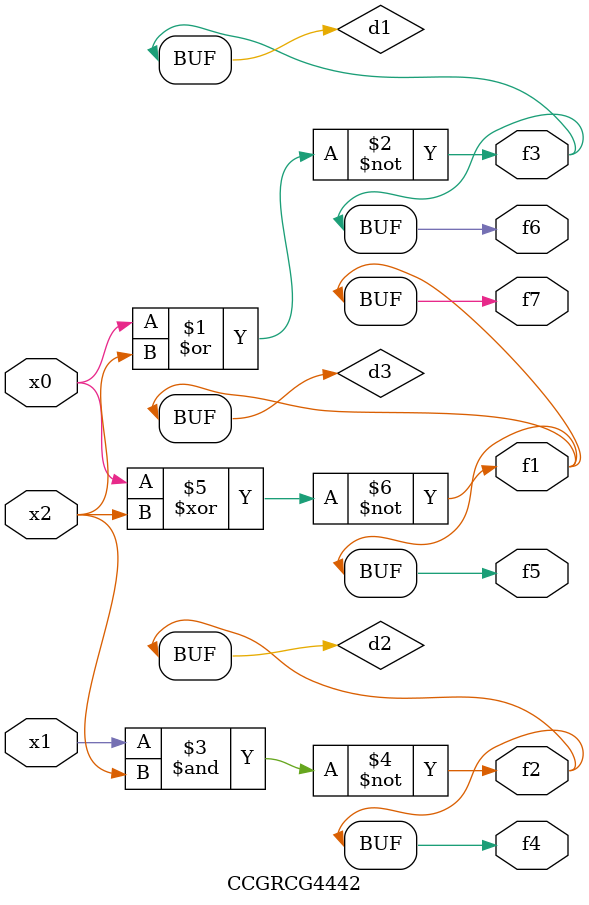
<source format=v>
module CCGRCG4442(
	input x0, x1, x2,
	output f1, f2, f3, f4, f5, f6, f7
);

	wire d1, d2, d3;

	nor (d1, x0, x2);
	nand (d2, x1, x2);
	xnor (d3, x0, x2);
	assign f1 = d3;
	assign f2 = d2;
	assign f3 = d1;
	assign f4 = d2;
	assign f5 = d3;
	assign f6 = d1;
	assign f7 = d3;
endmodule

</source>
